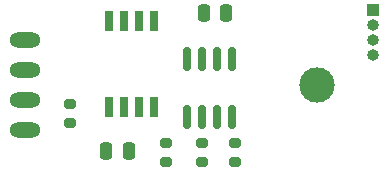
<source format=gbr>
%TF.GenerationSoftware,KiCad,Pcbnew,(6.0.0)*%
%TF.CreationDate,2021-12-30T22:07:07+00:00*%
%TF.ProjectId,DHT22,44485432-322e-46b6-9963-61645f706362,rev?*%
%TF.SameCoordinates,Original*%
%TF.FileFunction,Soldermask,Top*%
%TF.FilePolarity,Negative*%
%FSLAX46Y46*%
G04 Gerber Fmt 4.6, Leading zero omitted, Abs format (unit mm)*
G04 Created by KiCad (PCBNEW (6.0.0)) date 2021-12-30 22:07:07*
%MOMM*%
%LPD*%
G01*
G04 APERTURE LIST*
G04 Aperture macros list*
%AMRoundRect*
0 Rectangle with rounded corners*
0 $1 Rounding radius*
0 $2 $3 $4 $5 $6 $7 $8 $9 X,Y pos of 4 corners*
0 Add a 4 corners polygon primitive as box body*
4,1,4,$2,$3,$4,$5,$6,$7,$8,$9,$2,$3,0*
0 Add four circle primitives for the rounded corners*
1,1,$1+$1,$2,$3*
1,1,$1+$1,$4,$5*
1,1,$1+$1,$6,$7*
1,1,$1+$1,$8,$9*
0 Add four rect primitives between the rounded corners*
20,1,$1+$1,$2,$3,$4,$5,0*
20,1,$1+$1,$4,$5,$6,$7,0*
20,1,$1+$1,$6,$7,$8,$9,0*
20,1,$1+$1,$8,$9,$2,$3,0*%
G04 Aperture macros list end*
%ADD10O,2.616000X1.308000*%
%ADD11C,3.000000*%
%ADD12RoundRect,0.200000X0.275000X-0.200000X0.275000X0.200000X-0.275000X0.200000X-0.275000X-0.200000X0*%
%ADD13RoundRect,0.250000X0.250000X0.475000X-0.250000X0.475000X-0.250000X-0.475000X0.250000X-0.475000X0*%
%ADD14R,0.650000X1.700000*%
%ADD15R,1.000000X1.000000*%
%ADD16O,1.000000X1.000000*%
%ADD17RoundRect,0.250000X-0.250000X-0.475000X0.250000X-0.475000X0.250000X0.475000X-0.250000X0.475000X0*%
%ADD18RoundRect,0.150000X0.150000X-0.825000X0.150000X0.825000X-0.150000X0.825000X-0.150000X-0.825000X0*%
G04 APERTURE END LIST*
D10*
%TO.C,U3*%
X102616000Y-96520000D03*
X102616000Y-93980000D03*
X102616000Y-91440000D03*
X102616000Y-88900000D03*
D11*
X127381000Y-92710000D03*
%TD*%
D12*
%TO.C,R4*%
X106426000Y-95948000D03*
X106426000Y-94298000D03*
%TD*%
D13*
%TO.C,C2*%
X111440000Y-98298000D03*
X109540000Y-98298000D03*
%TD*%
D14*
%TO.C,U1*%
X113538000Y-87282000D03*
X112268000Y-87282000D03*
X110998000Y-87282000D03*
X109728000Y-87282000D03*
X109728000Y-94582000D03*
X110998000Y-94582000D03*
X112268000Y-94582000D03*
X113538000Y-94582000D03*
%TD*%
D12*
%TO.C,R1*%
X120396000Y-99250000D03*
X120396000Y-97600000D03*
%TD*%
D15*
%TO.C,J2*%
X132080000Y-86360000D03*
D16*
X132080000Y-87630000D03*
X132080000Y-88900000D03*
X132080000Y-90170000D03*
%TD*%
D17*
%TO.C,C1*%
X117795000Y-86614000D03*
X119695000Y-86614000D03*
%TD*%
D18*
%TO.C,U2*%
X116332000Y-95439000D03*
X117602000Y-95439000D03*
X118872000Y-95439000D03*
X120142000Y-95439000D03*
X120142000Y-90489000D03*
X118872000Y-90489000D03*
X117602000Y-90489000D03*
X116332000Y-90489000D03*
%TD*%
D12*
%TO.C,R2*%
X114554000Y-99250000D03*
X114554000Y-97600000D03*
%TD*%
%TO.C,R3*%
X117602000Y-97600000D03*
X117602000Y-99250000D03*
%TD*%
M02*

</source>
